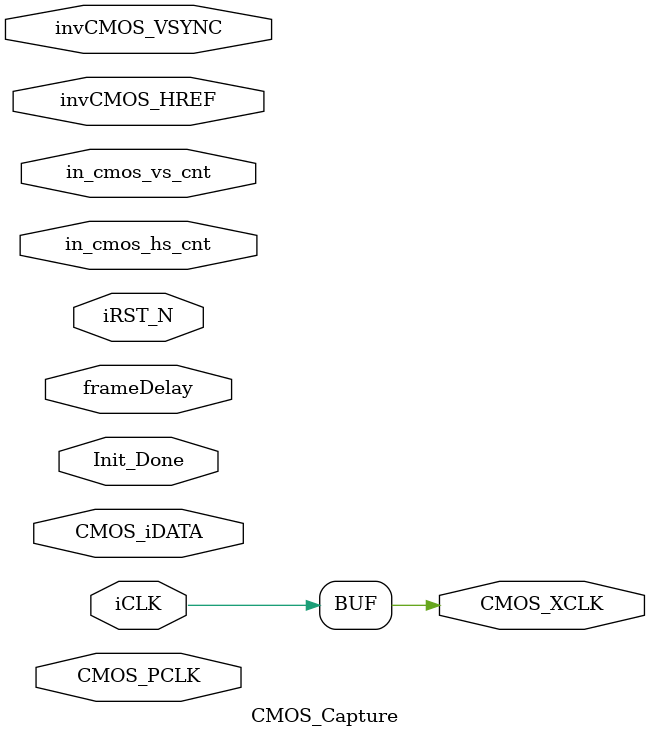
<source format=v>
/*-------------------------------------------------------------------------
Description			:		sdram test with uart interface.
Modification History	:
Data			By			Version			Change Description
===========================================================================

--------------------------------------------------------------------------*/

`timescale 1ns/1ns
module CMOS_Capture
(
	//Global Clock
	input				iCLK,			//24MHz
	input				iRST_N,

	//I2C Initilize Done
	input				Init_Done,		//Init Done
	
	//Sensor Interface
	output				CMOS_XCLK,		//24MHz
	input				CMOS_PCLK,		//24MHz
	input	[7:0]		CMOS_iDATA,		//CMOS Data
	input				invCMOS_VSYNC,		//L: Vaild
	input				invCMOS_HREF,		//H: Vaild
	
	//Ouput Sensor Data
/*	
	output	reg			CMOS_oCLK,		//1/2 PCLK
	output	reg	[15:0]	CMOS_oDATA,		//16Bits RGB		
	output	reg			CMOS_VALID,		//Data Enable
	output	reg	[7:0]	CMOS_FPS_DATA,	//cmos fps
*/	
   input wire frameDelay,

	input [11:0] in_cmos_vs_cnt,
	input [11:0] in_cmos_hs_cnt
   //output  [23:0] binaryDATA	
);

assign	CMOS_XCLK = iCLK;		//24MHz XCLK

wire		CMOS_VSYNC;		//L: Vaild
wire		CMOS_HREF;		//H: Vaild

assign   CMOS_VSYNC=~invCMOS_VSYNC;
assign   CMOS_HREF=~invCMOS_HREF;

//reg [23:0] rg_binaryDATA; 
//reg [23:0] rg_binaryDATA_tmp; 
//reg fl_stop;
//assign binaryDATA=rg_binaryDATA;

//-----------------------------------------------------
//Í¬²½ÊäÈë//Sensor HS & VS Vaild Capture
/**************************************************
________							       ________
VS		|_________________________________|
HS			  _______	 	   _______
_____________|       |__...___|       |____________
**************************************************/
/*
//----------------------------------------------
reg		mCMOS_VSYNC;
always@(posedge CMOS_PCLK)// or negedge iRST_N)
begin
	//if(!iRST_N)
	if (frameDelay==0)
		mCMOS_VSYNC <= 1;
	else
		mCMOS_VSYNC <= CMOS_VSYNC;		//³¡Í¬²½£ºµÍµçÆ½ÓÐÐ§
end
wire	CMOS_VSYNC_over = ({mCMOS_VSYNC,CMOS_VSYNC} == 2'b01) ? 1'b1 : 1'b0;	//VSYNCÉÏÉýÑØ½áÊø

//-----------------------------------------------------
//Change the sensor data from 8 bits to 16 bits.

reg			byte_state;		//byte state count
reg [7:0]  	Pre_CMOS_iDATA;
//reg [19:0]  data_count;
always@(posedge CMOS_PCLK)// or negedge iRST_N)
begin
	//if(!iRST_N)
	if (frameDelay==0)
		begin
		byte_state <= 0;
		Pre_CMOS_iDATA <= 8'd0;
		CMOS_oDATA <= 16'd0;
		//fl_stop<=0;
		//rg_binaryDATA_tmp<=0;
		//rg_binaryDATA<=0;
		//data_count<=0;
		end
	else
		begin
		 if(CMOS_VSYNC & CMOS_HREF)			//ÐÐ³¡ÓÐÐ§£¬{first_byte, second_byte} 
			begin
			//if (fl_stop==0) rg_binaryDATA_tmp<=rg_binaryDATA_tmp+1; 
			//if (Pre_CMOS_iDATA<255) Pre_CMOS_iDATA<=Pre_CMOS_iDATA+1;
			//else Pre_CMOS_iDATA<=0;
			byte_state <= byte_state + 1'b1;	//£¨RGB565 = {first_byte, second_byte}£©
			case(byte_state)
			1'b0 :	CMOS_oDATA[7:0]<=CMOS_iDATA;//Pre_CMOS_iDATA[7:0] <= CMOS_iDATA;
			1'b1 : 	CMOS_oDATA[7:0]<=CMOS_iDATA;//CMOS_oDATA[15:0] <= {Pre_CMOS_iDATA[7:0], CMOS_iDATA[7:0]};
			endcase
			end
		 else
			begin
			//if (fl_stop==0) begin
			  //fl_stop<=1;
			  //rg_binaryDATA<=rg_binaryDATA_tmp;
			//end;  
			byte_state <= 0;
			Pre_CMOS_iDATA <= 8'd0;
			CMOS_oDATA <= CMOS_oDATA;
			end
		 end
end

//--------------------------------------------
//Wait for Sensor output Data valid£¬ 10 Franme
reg	[3:0] 	Frame_Cont;
reg 		Frame_valid;
always@(posedge CMOS_PCLK)// or negedge iRST_N)
begin
	//if(!iRST_N)
	if (frameDelay==0) begin
		Frame_Cont <= 0;
		Frame_valid <= 0;
	end
	//else if(Init_Done)					//CMOS I2C³õÊ¼»¯Íê±Ï
	else
		begin
		 //if (CMOS_VSYNC==1)	Frame_valid <= 1;
		 Frame_valid <= 1;
		end
end

//-----------------------------------------------------
//CMOS_DATAÊý¾ÝÍ¬²½Êä³öÊ¹ÄÜÊ±ÖÓ
always@(posedge CMOS_PCLK)// or negedge iRST_N)
begin
	//if(!iRST_N)
	if (frameDelay==0)
		CMOS_oCLK <= 0;
	else if(Frame_valid == 1'b1 && byte_state)//(X_Cont >= 12'd1 && X_Cont <= H_DISP))
		CMOS_oCLK <= ~CMOS_oCLK;
	else
		CMOS_oCLK <= 0;
end

//----------------------------------------------------
//Êý¾ÝÊä³öÓÐÐ§CMOS_VALID
always@(posedge CMOS_PCLK)// or negedge iRST_N)
begin
	//if(!iRST_N)
	if (frameDelay==0)
		CMOS_VALID <= 0;
	else if(Frame_valid == 1'b1)
		CMOS_VALID <= CMOS_VSYNC;
	else
		CMOS_VALID <= 0;
end
*/
endmodule




</source>
